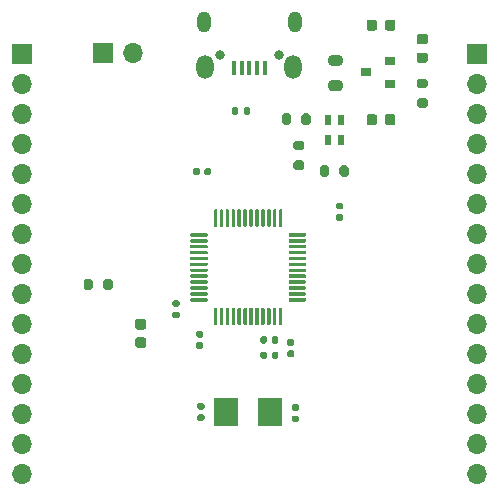
<source format=gbr>
%TF.GenerationSoftware,KiCad,Pcbnew,(5.1.12)-1*%
%TF.CreationDate,2021-12-29T23:54:55+01:00*%
%TF.ProjectId,STM32_Devkit,53544d33-325f-4446-9576-6b69742e6b69,rev?*%
%TF.SameCoordinates,Original*%
%TF.FileFunction,Soldermask,Top*%
%TF.FilePolarity,Negative*%
%FSLAX46Y46*%
G04 Gerber Fmt 4.6, Leading zero omitted, Abs format (unit mm)*
G04 Created by KiCad (PCBNEW (5.1.12)-1) date 2021-12-29 23:54:55*
%MOMM*%
%LPD*%
G01*
G04 APERTURE LIST*
%ADD10R,0.550000X0.850000*%
%ADD11R,0.450000X1.300000*%
%ADD12O,1.450000X2.000000*%
%ADD13O,1.150000X1.800000*%
%ADD14O,0.800000X0.800000*%
%ADD15O,1.700000X1.700000*%
%ADD16R,1.700000X1.700000*%
%ADD17R,0.900000X0.800000*%
%ADD18R,2.000000X2.400000*%
G04 APERTURE END LIST*
D10*
%TO.C,D2*%
X190740000Y-116800000D03*
X190740000Y-115040000D03*
X189680000Y-115040000D03*
X189680000Y-116800000D03*
%TD*%
%TO.C,C1*%
G36*
G01*
X194475000Y-107300000D02*
X194475000Y-106800000D01*
G75*
G02*
X194700000Y-106575000I225000J0D01*
G01*
X195150000Y-106575000D01*
G75*
G02*
X195375000Y-106800000I0J-225000D01*
G01*
X195375000Y-107300000D01*
G75*
G02*
X195150000Y-107525000I-225000J0D01*
G01*
X194700000Y-107525000D01*
G75*
G02*
X194475000Y-107300000I0J225000D01*
G01*
G37*
G36*
G01*
X192925000Y-107300000D02*
X192925000Y-106800000D01*
G75*
G02*
X193150000Y-106575000I225000J0D01*
G01*
X193600000Y-106575000D01*
G75*
G02*
X193825000Y-106800000I0J-225000D01*
G01*
X193825000Y-107300000D01*
G75*
G02*
X193600000Y-107525000I-225000J0D01*
G01*
X193150000Y-107525000D01*
G75*
G02*
X192925000Y-107300000I0J225000D01*
G01*
G37*
%TD*%
%TO.C,C2*%
G36*
G01*
X195375000Y-114800000D02*
X195375000Y-115300000D01*
G75*
G02*
X195150000Y-115525000I-225000J0D01*
G01*
X194700000Y-115525000D01*
G75*
G02*
X194475000Y-115300000I0J225000D01*
G01*
X194475000Y-114800000D01*
G75*
G02*
X194700000Y-114575000I225000J0D01*
G01*
X195150000Y-114575000D01*
G75*
G02*
X195375000Y-114800000I0J-225000D01*
G01*
G37*
G36*
G01*
X193825000Y-114800000D02*
X193825000Y-115300000D01*
G75*
G02*
X193600000Y-115525000I-225000J0D01*
G01*
X193150000Y-115525000D01*
G75*
G02*
X192925000Y-115300000I0J225000D01*
G01*
X192925000Y-114800000D01*
G75*
G02*
X193150000Y-114575000I225000J0D01*
G01*
X193600000Y-114575000D01*
G75*
G02*
X193825000Y-114800000I0J-225000D01*
G01*
G37*
%TD*%
%TO.C,C3*%
G36*
G01*
X174050000Y-134375000D02*
X173550000Y-134375000D01*
G75*
G02*
X173325000Y-134150000I0J225000D01*
G01*
X173325000Y-133700000D01*
G75*
G02*
X173550000Y-133475000I225000J0D01*
G01*
X174050000Y-133475000D01*
G75*
G02*
X174275000Y-133700000I0J-225000D01*
G01*
X174275000Y-134150000D01*
G75*
G02*
X174050000Y-134375000I-225000J0D01*
G01*
G37*
G36*
G01*
X174050000Y-132825000D02*
X173550000Y-132825000D01*
G75*
G02*
X173325000Y-132600000I0J225000D01*
G01*
X173325000Y-132150000D01*
G75*
G02*
X173550000Y-131925000I225000J0D01*
G01*
X174050000Y-131925000D01*
G75*
G02*
X174275000Y-132150000I0J-225000D01*
G01*
X174275000Y-132600000D01*
G75*
G02*
X174050000Y-132825000I-225000J0D01*
G01*
G37*
%TD*%
%TO.C,C4*%
G36*
G01*
X178630000Y-132940000D02*
X178970000Y-132940000D01*
G75*
G02*
X179110000Y-133080000I0J-140000D01*
G01*
X179110000Y-133360000D01*
G75*
G02*
X178970000Y-133500000I-140000J0D01*
G01*
X178630000Y-133500000D01*
G75*
G02*
X178490000Y-133360000I0J140000D01*
G01*
X178490000Y-133080000D01*
G75*
G02*
X178630000Y-132940000I140000J0D01*
G01*
G37*
G36*
G01*
X178630000Y-133900000D02*
X178970000Y-133900000D01*
G75*
G02*
X179110000Y-134040000I0J-140000D01*
G01*
X179110000Y-134320000D01*
G75*
G02*
X178970000Y-134460000I-140000J0D01*
G01*
X178630000Y-134460000D01*
G75*
G02*
X178490000Y-134320000I0J140000D01*
G01*
X178490000Y-134040000D01*
G75*
G02*
X178630000Y-133900000I140000J0D01*
G01*
G37*
%TD*%
%TO.C,C5*%
G36*
G01*
X179200000Y-119620000D02*
X179200000Y-119280000D01*
G75*
G02*
X179340000Y-119140000I140000J0D01*
G01*
X179620000Y-119140000D01*
G75*
G02*
X179760000Y-119280000I0J-140000D01*
G01*
X179760000Y-119620000D01*
G75*
G02*
X179620000Y-119760000I-140000J0D01*
G01*
X179340000Y-119760000D01*
G75*
G02*
X179200000Y-119620000I0J140000D01*
G01*
G37*
G36*
G01*
X178240000Y-119620000D02*
X178240000Y-119280000D01*
G75*
G02*
X178380000Y-119140000I140000J0D01*
G01*
X178660000Y-119140000D01*
G75*
G02*
X178800000Y-119280000I0J-140000D01*
G01*
X178800000Y-119620000D01*
G75*
G02*
X178660000Y-119760000I-140000J0D01*
G01*
X178380000Y-119760000D01*
G75*
G02*
X178240000Y-119620000I0J140000D01*
G01*
G37*
%TD*%
%TO.C,C6*%
G36*
G01*
X176630000Y-130340000D02*
X176970000Y-130340000D01*
G75*
G02*
X177110000Y-130480000I0J-140000D01*
G01*
X177110000Y-130760000D01*
G75*
G02*
X176970000Y-130900000I-140000J0D01*
G01*
X176630000Y-130900000D01*
G75*
G02*
X176490000Y-130760000I0J140000D01*
G01*
X176490000Y-130480000D01*
G75*
G02*
X176630000Y-130340000I140000J0D01*
G01*
G37*
G36*
G01*
X176630000Y-131300000D02*
X176970000Y-131300000D01*
G75*
G02*
X177110000Y-131440000I0J-140000D01*
G01*
X177110000Y-131720000D01*
G75*
G02*
X176970000Y-131860000I-140000J0D01*
G01*
X176630000Y-131860000D01*
G75*
G02*
X176490000Y-131720000I0J140000D01*
G01*
X176490000Y-131440000D01*
G75*
G02*
X176630000Y-131300000I140000J0D01*
G01*
G37*
%TD*%
%TO.C,C7*%
G36*
G01*
X190480000Y-123050000D02*
X190820000Y-123050000D01*
G75*
G02*
X190960000Y-123190000I0J-140000D01*
G01*
X190960000Y-123470000D01*
G75*
G02*
X190820000Y-123610000I-140000J0D01*
G01*
X190480000Y-123610000D01*
G75*
G02*
X190340000Y-123470000I0J140000D01*
G01*
X190340000Y-123190000D01*
G75*
G02*
X190480000Y-123050000I140000J0D01*
G01*
G37*
G36*
G01*
X190480000Y-122090000D02*
X190820000Y-122090000D01*
G75*
G02*
X190960000Y-122230000I0J-140000D01*
G01*
X190960000Y-122510000D01*
G75*
G02*
X190820000Y-122650000I-140000J0D01*
G01*
X190480000Y-122650000D01*
G75*
G02*
X190340000Y-122510000I0J140000D01*
G01*
X190340000Y-122230000D01*
G75*
G02*
X190480000Y-122090000I140000J0D01*
G01*
G37*
%TD*%
%TO.C,C8*%
G36*
G01*
X185460000Y-133530000D02*
X185460000Y-133870000D01*
G75*
G02*
X185320000Y-134010000I-140000J0D01*
G01*
X185040000Y-134010000D01*
G75*
G02*
X184900000Y-133870000I0J140000D01*
G01*
X184900000Y-133530000D01*
G75*
G02*
X185040000Y-133390000I140000J0D01*
G01*
X185320000Y-133390000D01*
G75*
G02*
X185460000Y-133530000I0J-140000D01*
G01*
G37*
G36*
G01*
X184500000Y-133530000D02*
X184500000Y-133870000D01*
G75*
G02*
X184360000Y-134010000I-140000J0D01*
G01*
X184080000Y-134010000D01*
G75*
G02*
X183940000Y-133870000I0J140000D01*
G01*
X183940000Y-133530000D01*
G75*
G02*
X184080000Y-133390000I140000J0D01*
G01*
X184360000Y-133390000D01*
G75*
G02*
X184500000Y-133530000I0J-140000D01*
G01*
G37*
%TD*%
%TO.C,C9*%
G36*
G01*
X184500000Y-134830000D02*
X184500000Y-135170000D01*
G75*
G02*
X184360000Y-135310000I-140000J0D01*
G01*
X184080000Y-135310000D01*
G75*
G02*
X183940000Y-135170000I0J140000D01*
G01*
X183940000Y-134830000D01*
G75*
G02*
X184080000Y-134690000I140000J0D01*
G01*
X184360000Y-134690000D01*
G75*
G02*
X184500000Y-134830000I0J-140000D01*
G01*
G37*
G36*
G01*
X185460000Y-134830000D02*
X185460000Y-135170000D01*
G75*
G02*
X185320000Y-135310000I-140000J0D01*
G01*
X185040000Y-135310000D01*
G75*
G02*
X184900000Y-135170000I0J140000D01*
G01*
X184900000Y-134830000D01*
G75*
G02*
X185040000Y-134690000I140000J0D01*
G01*
X185320000Y-134690000D01*
G75*
G02*
X185460000Y-134830000I0J-140000D01*
G01*
G37*
%TD*%
%TO.C,C10*%
G36*
G01*
X179070000Y-140560000D02*
X178730000Y-140560000D01*
G75*
G02*
X178590000Y-140420000I0J140000D01*
G01*
X178590000Y-140140000D01*
G75*
G02*
X178730000Y-140000000I140000J0D01*
G01*
X179070000Y-140000000D01*
G75*
G02*
X179210000Y-140140000I0J-140000D01*
G01*
X179210000Y-140420000D01*
G75*
G02*
X179070000Y-140560000I-140000J0D01*
G01*
G37*
G36*
G01*
X179070000Y-139600000D02*
X178730000Y-139600000D01*
G75*
G02*
X178590000Y-139460000I0J140000D01*
G01*
X178590000Y-139180000D01*
G75*
G02*
X178730000Y-139040000I140000J0D01*
G01*
X179070000Y-139040000D01*
G75*
G02*
X179210000Y-139180000I0J-140000D01*
G01*
X179210000Y-139460000D01*
G75*
G02*
X179070000Y-139600000I-140000J0D01*
G01*
G37*
%TD*%
%TO.C,C11*%
G36*
G01*
X186730000Y-140100000D02*
X187070000Y-140100000D01*
G75*
G02*
X187210000Y-140240000I0J-140000D01*
G01*
X187210000Y-140520000D01*
G75*
G02*
X187070000Y-140660000I-140000J0D01*
G01*
X186730000Y-140660000D01*
G75*
G02*
X186590000Y-140520000I0J140000D01*
G01*
X186590000Y-140240000D01*
G75*
G02*
X186730000Y-140100000I140000J0D01*
G01*
G37*
G36*
G01*
X186730000Y-139140000D02*
X187070000Y-139140000D01*
G75*
G02*
X187210000Y-139280000I0J-140000D01*
G01*
X187210000Y-139560000D01*
G75*
G02*
X187070000Y-139700000I-140000J0D01*
G01*
X186730000Y-139700000D01*
G75*
G02*
X186590000Y-139560000I0J140000D01*
G01*
X186590000Y-139280000D01*
G75*
G02*
X186730000Y-139140000I140000J0D01*
G01*
G37*
%TD*%
%TO.C,D1*%
G36*
G01*
X197906250Y-110237500D02*
X197393750Y-110237500D01*
G75*
G02*
X197175000Y-110018750I0J218750D01*
G01*
X197175000Y-109581250D01*
G75*
G02*
X197393750Y-109362500I218750J0D01*
G01*
X197906250Y-109362500D01*
G75*
G02*
X198125000Y-109581250I0J-218750D01*
G01*
X198125000Y-110018750D01*
G75*
G02*
X197906250Y-110237500I-218750J0D01*
G01*
G37*
G36*
G01*
X197906250Y-108662500D02*
X197393750Y-108662500D01*
G75*
G02*
X197175000Y-108443750I0J218750D01*
G01*
X197175000Y-108006250D01*
G75*
G02*
X197393750Y-107787500I218750J0D01*
G01*
X197906250Y-107787500D01*
G75*
G02*
X198125000Y-108006250I0J-218750D01*
G01*
X198125000Y-108443750D01*
G75*
G02*
X197906250Y-108662500I-218750J0D01*
G01*
G37*
%TD*%
%TO.C,FB1*%
G36*
G01*
X189918750Y-109600000D02*
X190681250Y-109600000D01*
G75*
G02*
X190900000Y-109818750I0J-218750D01*
G01*
X190900000Y-110256250D01*
G75*
G02*
X190681250Y-110475000I-218750J0D01*
G01*
X189918750Y-110475000D01*
G75*
G02*
X189700000Y-110256250I0J218750D01*
G01*
X189700000Y-109818750D01*
G75*
G02*
X189918750Y-109600000I218750J0D01*
G01*
G37*
G36*
G01*
X189918750Y-111725000D02*
X190681250Y-111725000D01*
G75*
G02*
X190900000Y-111943750I0J-218750D01*
G01*
X190900000Y-112381250D01*
G75*
G02*
X190681250Y-112600000I-218750J0D01*
G01*
X189918750Y-112600000D01*
G75*
G02*
X189700000Y-112381250I0J218750D01*
G01*
X189700000Y-111943750D01*
G75*
G02*
X189918750Y-111725000I218750J0D01*
G01*
G37*
%TD*%
D11*
%TO.C,J1*%
X184300000Y-110650000D03*
X183650000Y-110650000D03*
X183000000Y-110650000D03*
X182350000Y-110650000D03*
X181700000Y-110650000D03*
D12*
X186725000Y-110600000D03*
X179275000Y-110600000D03*
D13*
X186875000Y-106800000D03*
X179125000Y-106800000D03*
D14*
X185500000Y-109550000D03*
X180500000Y-109550000D03*
%TD*%
D15*
%TO.C,J2*%
X163750000Y-145060000D03*
X163750000Y-142520000D03*
X163750000Y-139980000D03*
X163750000Y-137440000D03*
X163750000Y-134900000D03*
X163750000Y-132360000D03*
X163750000Y-129820000D03*
X163750000Y-127280000D03*
X163750000Y-124740000D03*
X163750000Y-122200000D03*
X163750000Y-119660000D03*
X163750000Y-117120000D03*
X163750000Y-114580000D03*
X163750000Y-112040000D03*
D16*
X163750000Y-109500000D03*
%TD*%
%TO.C,J3*%
X202250000Y-109500000D03*
D15*
X202250000Y-112040000D03*
X202250000Y-114580000D03*
X202250000Y-117120000D03*
X202250000Y-119660000D03*
X202250000Y-122200000D03*
X202250000Y-124740000D03*
X202250000Y-127280000D03*
X202250000Y-129820000D03*
X202250000Y-132360000D03*
X202250000Y-134900000D03*
X202250000Y-137440000D03*
X202250000Y-139980000D03*
X202250000Y-142520000D03*
X202250000Y-145060000D03*
%TD*%
D16*
%TO.C,JP1*%
X170600000Y-109400000D03*
D15*
X173140000Y-109400000D03*
%TD*%
%TO.C,L1*%
G36*
G01*
X186672500Y-135180000D02*
X186327500Y-135180000D01*
G75*
G02*
X186180000Y-135032500I0J147500D01*
G01*
X186180000Y-134737500D01*
G75*
G02*
X186327500Y-134590000I147500J0D01*
G01*
X186672500Y-134590000D01*
G75*
G02*
X186820000Y-134737500I0J-147500D01*
G01*
X186820000Y-135032500D01*
G75*
G02*
X186672500Y-135180000I-147500J0D01*
G01*
G37*
G36*
G01*
X186672500Y-134210000D02*
X186327500Y-134210000D01*
G75*
G02*
X186180000Y-134062500I0J147500D01*
G01*
X186180000Y-133767500D01*
G75*
G02*
X186327500Y-133620000I147500J0D01*
G01*
X186672500Y-133620000D01*
G75*
G02*
X186820000Y-133767500I0J-147500D01*
G01*
X186820000Y-134062500D01*
G75*
G02*
X186672500Y-134210000I-147500J0D01*
G01*
G37*
%TD*%
%TO.C,R1*%
G36*
G01*
X197375000Y-111575000D02*
X197925000Y-111575000D01*
G75*
G02*
X198125000Y-111775000I0J-200000D01*
G01*
X198125000Y-112175000D01*
G75*
G02*
X197925000Y-112375000I-200000J0D01*
G01*
X197375000Y-112375000D01*
G75*
G02*
X197175000Y-112175000I0J200000D01*
G01*
X197175000Y-111775000D01*
G75*
G02*
X197375000Y-111575000I200000J0D01*
G01*
G37*
G36*
G01*
X197375000Y-113225000D02*
X197925000Y-113225000D01*
G75*
G02*
X198125000Y-113425000I0J-200000D01*
G01*
X198125000Y-113825000D01*
G75*
G02*
X197925000Y-114025000I-200000J0D01*
G01*
X197375000Y-114025000D01*
G75*
G02*
X197175000Y-113825000I0J200000D01*
G01*
X197175000Y-113425000D01*
G75*
G02*
X197375000Y-113225000I200000J0D01*
G01*
G37*
%TD*%
%TO.C,R2*%
G36*
G01*
X191425000Y-119125000D02*
X191425000Y-119675000D01*
G75*
G02*
X191225000Y-119875000I-200000J0D01*
G01*
X190825000Y-119875000D01*
G75*
G02*
X190625000Y-119675000I0J200000D01*
G01*
X190625000Y-119125000D01*
G75*
G02*
X190825000Y-118925000I200000J0D01*
G01*
X191225000Y-118925000D01*
G75*
G02*
X191425000Y-119125000I0J-200000D01*
G01*
G37*
G36*
G01*
X189775000Y-119125000D02*
X189775000Y-119675000D01*
G75*
G02*
X189575000Y-119875000I-200000J0D01*
G01*
X189175000Y-119875000D01*
G75*
G02*
X188975000Y-119675000I0J200000D01*
G01*
X188975000Y-119125000D01*
G75*
G02*
X189175000Y-118925000I200000J0D01*
G01*
X189575000Y-118925000D01*
G75*
G02*
X189775000Y-119125000I0J-200000D01*
G01*
G37*
%TD*%
%TO.C,R3*%
G36*
G01*
X186925000Y-118500000D02*
X187475000Y-118500000D01*
G75*
G02*
X187675000Y-118700000I0J-200000D01*
G01*
X187675000Y-119100000D01*
G75*
G02*
X187475000Y-119300000I-200000J0D01*
G01*
X186925000Y-119300000D01*
G75*
G02*
X186725000Y-119100000I0J200000D01*
G01*
X186725000Y-118700000D01*
G75*
G02*
X186925000Y-118500000I200000J0D01*
G01*
G37*
G36*
G01*
X186925000Y-116850000D02*
X187475000Y-116850000D01*
G75*
G02*
X187675000Y-117050000I0J-200000D01*
G01*
X187675000Y-117450000D01*
G75*
G02*
X187475000Y-117650000I-200000J0D01*
G01*
X186925000Y-117650000D01*
G75*
G02*
X186725000Y-117450000I0J200000D01*
G01*
X186725000Y-117050000D01*
G75*
G02*
X186925000Y-116850000I200000J0D01*
G01*
G37*
%TD*%
%TO.C,R4*%
G36*
G01*
X188200000Y-114725000D02*
X188200000Y-115275000D01*
G75*
G02*
X188000000Y-115475000I-200000J0D01*
G01*
X187600000Y-115475000D01*
G75*
G02*
X187400000Y-115275000I0J200000D01*
G01*
X187400000Y-114725000D01*
G75*
G02*
X187600000Y-114525000I200000J0D01*
G01*
X188000000Y-114525000D01*
G75*
G02*
X188200000Y-114725000I0J-200000D01*
G01*
G37*
G36*
G01*
X186550000Y-114725000D02*
X186550000Y-115275000D01*
G75*
G02*
X186350000Y-115475000I-200000J0D01*
G01*
X185950000Y-115475000D01*
G75*
G02*
X185750000Y-115275000I0J200000D01*
G01*
X185750000Y-114725000D01*
G75*
G02*
X185950000Y-114525000I200000J0D01*
G01*
X186350000Y-114525000D01*
G75*
G02*
X186550000Y-114725000I0J-200000D01*
G01*
G37*
%TD*%
%TO.C,R5*%
G36*
G01*
X169775000Y-128725000D02*
X169775000Y-129275000D01*
G75*
G02*
X169575000Y-129475000I-200000J0D01*
G01*
X169175000Y-129475000D01*
G75*
G02*
X168975000Y-129275000I0J200000D01*
G01*
X168975000Y-128725000D01*
G75*
G02*
X169175000Y-128525000I200000J0D01*
G01*
X169575000Y-128525000D01*
G75*
G02*
X169775000Y-128725000I0J-200000D01*
G01*
G37*
G36*
G01*
X171425000Y-128725000D02*
X171425000Y-129275000D01*
G75*
G02*
X171225000Y-129475000I-200000J0D01*
G01*
X170825000Y-129475000D01*
G75*
G02*
X170625000Y-129275000I0J200000D01*
G01*
X170625000Y-128725000D01*
G75*
G02*
X170825000Y-128525000I200000J0D01*
G01*
X171225000Y-128525000D01*
G75*
G02*
X171425000Y-128725000I0J-200000D01*
G01*
G37*
%TD*%
%TO.C,R6*%
G36*
G01*
X181520000Y-114485000D02*
X181520000Y-114115000D01*
G75*
G02*
X181655000Y-113980000I135000J0D01*
G01*
X181925000Y-113980000D01*
G75*
G02*
X182060000Y-114115000I0J-135000D01*
G01*
X182060000Y-114485000D01*
G75*
G02*
X181925000Y-114620000I-135000J0D01*
G01*
X181655000Y-114620000D01*
G75*
G02*
X181520000Y-114485000I0J135000D01*
G01*
G37*
G36*
G01*
X182540000Y-114485000D02*
X182540000Y-114115000D01*
G75*
G02*
X182675000Y-113980000I135000J0D01*
G01*
X182945000Y-113980000D01*
G75*
G02*
X183080000Y-114115000I0J-135000D01*
G01*
X183080000Y-114485000D01*
G75*
G02*
X182945000Y-114620000I-135000J0D01*
G01*
X182675000Y-114620000D01*
G75*
G02*
X182540000Y-114485000I0J135000D01*
G01*
G37*
%TD*%
D17*
%TO.C,U1*%
X194900000Y-112000000D03*
X194900000Y-110100000D03*
X192900000Y-111050000D03*
%TD*%
%TO.C,U2*%
G36*
G01*
X180225000Y-132450000D02*
X180075000Y-132450000D01*
G75*
G02*
X180000000Y-132375000I0J75000D01*
G01*
X180000000Y-131050000D01*
G75*
G02*
X180075000Y-130975000I75000J0D01*
G01*
X180225000Y-130975000D01*
G75*
G02*
X180300000Y-131050000I0J-75000D01*
G01*
X180300000Y-132375000D01*
G75*
G02*
X180225000Y-132450000I-75000J0D01*
G01*
G37*
G36*
G01*
X180725000Y-132450000D02*
X180575000Y-132450000D01*
G75*
G02*
X180500000Y-132375000I0J75000D01*
G01*
X180500000Y-131050000D01*
G75*
G02*
X180575000Y-130975000I75000J0D01*
G01*
X180725000Y-130975000D01*
G75*
G02*
X180800000Y-131050000I0J-75000D01*
G01*
X180800000Y-132375000D01*
G75*
G02*
X180725000Y-132450000I-75000J0D01*
G01*
G37*
G36*
G01*
X181225000Y-132450000D02*
X181075000Y-132450000D01*
G75*
G02*
X181000000Y-132375000I0J75000D01*
G01*
X181000000Y-131050000D01*
G75*
G02*
X181075000Y-130975000I75000J0D01*
G01*
X181225000Y-130975000D01*
G75*
G02*
X181300000Y-131050000I0J-75000D01*
G01*
X181300000Y-132375000D01*
G75*
G02*
X181225000Y-132450000I-75000J0D01*
G01*
G37*
G36*
G01*
X181725000Y-132450000D02*
X181575000Y-132450000D01*
G75*
G02*
X181500000Y-132375000I0J75000D01*
G01*
X181500000Y-131050000D01*
G75*
G02*
X181575000Y-130975000I75000J0D01*
G01*
X181725000Y-130975000D01*
G75*
G02*
X181800000Y-131050000I0J-75000D01*
G01*
X181800000Y-132375000D01*
G75*
G02*
X181725000Y-132450000I-75000J0D01*
G01*
G37*
G36*
G01*
X182225000Y-132450000D02*
X182075000Y-132450000D01*
G75*
G02*
X182000000Y-132375000I0J75000D01*
G01*
X182000000Y-131050000D01*
G75*
G02*
X182075000Y-130975000I75000J0D01*
G01*
X182225000Y-130975000D01*
G75*
G02*
X182300000Y-131050000I0J-75000D01*
G01*
X182300000Y-132375000D01*
G75*
G02*
X182225000Y-132450000I-75000J0D01*
G01*
G37*
G36*
G01*
X182725000Y-132450000D02*
X182575000Y-132450000D01*
G75*
G02*
X182500000Y-132375000I0J75000D01*
G01*
X182500000Y-131050000D01*
G75*
G02*
X182575000Y-130975000I75000J0D01*
G01*
X182725000Y-130975000D01*
G75*
G02*
X182800000Y-131050000I0J-75000D01*
G01*
X182800000Y-132375000D01*
G75*
G02*
X182725000Y-132450000I-75000J0D01*
G01*
G37*
G36*
G01*
X183225000Y-132450000D02*
X183075000Y-132450000D01*
G75*
G02*
X183000000Y-132375000I0J75000D01*
G01*
X183000000Y-131050000D01*
G75*
G02*
X183075000Y-130975000I75000J0D01*
G01*
X183225000Y-130975000D01*
G75*
G02*
X183300000Y-131050000I0J-75000D01*
G01*
X183300000Y-132375000D01*
G75*
G02*
X183225000Y-132450000I-75000J0D01*
G01*
G37*
G36*
G01*
X183725000Y-132450000D02*
X183575000Y-132450000D01*
G75*
G02*
X183500000Y-132375000I0J75000D01*
G01*
X183500000Y-131050000D01*
G75*
G02*
X183575000Y-130975000I75000J0D01*
G01*
X183725000Y-130975000D01*
G75*
G02*
X183800000Y-131050000I0J-75000D01*
G01*
X183800000Y-132375000D01*
G75*
G02*
X183725000Y-132450000I-75000J0D01*
G01*
G37*
G36*
G01*
X184225000Y-132450000D02*
X184075000Y-132450000D01*
G75*
G02*
X184000000Y-132375000I0J75000D01*
G01*
X184000000Y-131050000D01*
G75*
G02*
X184075000Y-130975000I75000J0D01*
G01*
X184225000Y-130975000D01*
G75*
G02*
X184300000Y-131050000I0J-75000D01*
G01*
X184300000Y-132375000D01*
G75*
G02*
X184225000Y-132450000I-75000J0D01*
G01*
G37*
G36*
G01*
X184725000Y-132450000D02*
X184575000Y-132450000D01*
G75*
G02*
X184500000Y-132375000I0J75000D01*
G01*
X184500000Y-131050000D01*
G75*
G02*
X184575000Y-130975000I75000J0D01*
G01*
X184725000Y-130975000D01*
G75*
G02*
X184800000Y-131050000I0J-75000D01*
G01*
X184800000Y-132375000D01*
G75*
G02*
X184725000Y-132450000I-75000J0D01*
G01*
G37*
G36*
G01*
X185225000Y-132450000D02*
X185075000Y-132450000D01*
G75*
G02*
X185000000Y-132375000I0J75000D01*
G01*
X185000000Y-131050000D01*
G75*
G02*
X185075000Y-130975000I75000J0D01*
G01*
X185225000Y-130975000D01*
G75*
G02*
X185300000Y-131050000I0J-75000D01*
G01*
X185300000Y-132375000D01*
G75*
G02*
X185225000Y-132450000I-75000J0D01*
G01*
G37*
G36*
G01*
X185725000Y-132450000D02*
X185575000Y-132450000D01*
G75*
G02*
X185500000Y-132375000I0J75000D01*
G01*
X185500000Y-131050000D01*
G75*
G02*
X185575000Y-130975000I75000J0D01*
G01*
X185725000Y-130975000D01*
G75*
G02*
X185800000Y-131050000I0J-75000D01*
G01*
X185800000Y-132375000D01*
G75*
G02*
X185725000Y-132450000I-75000J0D01*
G01*
G37*
G36*
G01*
X187725000Y-130450000D02*
X186400000Y-130450000D01*
G75*
G02*
X186325000Y-130375000I0J75000D01*
G01*
X186325000Y-130225000D01*
G75*
G02*
X186400000Y-130150000I75000J0D01*
G01*
X187725000Y-130150000D01*
G75*
G02*
X187800000Y-130225000I0J-75000D01*
G01*
X187800000Y-130375000D01*
G75*
G02*
X187725000Y-130450000I-75000J0D01*
G01*
G37*
G36*
G01*
X187725000Y-129950000D02*
X186400000Y-129950000D01*
G75*
G02*
X186325000Y-129875000I0J75000D01*
G01*
X186325000Y-129725000D01*
G75*
G02*
X186400000Y-129650000I75000J0D01*
G01*
X187725000Y-129650000D01*
G75*
G02*
X187800000Y-129725000I0J-75000D01*
G01*
X187800000Y-129875000D01*
G75*
G02*
X187725000Y-129950000I-75000J0D01*
G01*
G37*
G36*
G01*
X187725000Y-129450000D02*
X186400000Y-129450000D01*
G75*
G02*
X186325000Y-129375000I0J75000D01*
G01*
X186325000Y-129225000D01*
G75*
G02*
X186400000Y-129150000I75000J0D01*
G01*
X187725000Y-129150000D01*
G75*
G02*
X187800000Y-129225000I0J-75000D01*
G01*
X187800000Y-129375000D01*
G75*
G02*
X187725000Y-129450000I-75000J0D01*
G01*
G37*
G36*
G01*
X187725000Y-128950000D02*
X186400000Y-128950000D01*
G75*
G02*
X186325000Y-128875000I0J75000D01*
G01*
X186325000Y-128725000D01*
G75*
G02*
X186400000Y-128650000I75000J0D01*
G01*
X187725000Y-128650000D01*
G75*
G02*
X187800000Y-128725000I0J-75000D01*
G01*
X187800000Y-128875000D01*
G75*
G02*
X187725000Y-128950000I-75000J0D01*
G01*
G37*
G36*
G01*
X187725000Y-128450000D02*
X186400000Y-128450000D01*
G75*
G02*
X186325000Y-128375000I0J75000D01*
G01*
X186325000Y-128225000D01*
G75*
G02*
X186400000Y-128150000I75000J0D01*
G01*
X187725000Y-128150000D01*
G75*
G02*
X187800000Y-128225000I0J-75000D01*
G01*
X187800000Y-128375000D01*
G75*
G02*
X187725000Y-128450000I-75000J0D01*
G01*
G37*
G36*
G01*
X187725000Y-127950000D02*
X186400000Y-127950000D01*
G75*
G02*
X186325000Y-127875000I0J75000D01*
G01*
X186325000Y-127725000D01*
G75*
G02*
X186400000Y-127650000I75000J0D01*
G01*
X187725000Y-127650000D01*
G75*
G02*
X187800000Y-127725000I0J-75000D01*
G01*
X187800000Y-127875000D01*
G75*
G02*
X187725000Y-127950000I-75000J0D01*
G01*
G37*
G36*
G01*
X187725000Y-127450000D02*
X186400000Y-127450000D01*
G75*
G02*
X186325000Y-127375000I0J75000D01*
G01*
X186325000Y-127225000D01*
G75*
G02*
X186400000Y-127150000I75000J0D01*
G01*
X187725000Y-127150000D01*
G75*
G02*
X187800000Y-127225000I0J-75000D01*
G01*
X187800000Y-127375000D01*
G75*
G02*
X187725000Y-127450000I-75000J0D01*
G01*
G37*
G36*
G01*
X187725000Y-126950000D02*
X186400000Y-126950000D01*
G75*
G02*
X186325000Y-126875000I0J75000D01*
G01*
X186325000Y-126725000D01*
G75*
G02*
X186400000Y-126650000I75000J0D01*
G01*
X187725000Y-126650000D01*
G75*
G02*
X187800000Y-126725000I0J-75000D01*
G01*
X187800000Y-126875000D01*
G75*
G02*
X187725000Y-126950000I-75000J0D01*
G01*
G37*
G36*
G01*
X187725000Y-126450000D02*
X186400000Y-126450000D01*
G75*
G02*
X186325000Y-126375000I0J75000D01*
G01*
X186325000Y-126225000D01*
G75*
G02*
X186400000Y-126150000I75000J0D01*
G01*
X187725000Y-126150000D01*
G75*
G02*
X187800000Y-126225000I0J-75000D01*
G01*
X187800000Y-126375000D01*
G75*
G02*
X187725000Y-126450000I-75000J0D01*
G01*
G37*
G36*
G01*
X187725000Y-125950000D02*
X186400000Y-125950000D01*
G75*
G02*
X186325000Y-125875000I0J75000D01*
G01*
X186325000Y-125725000D01*
G75*
G02*
X186400000Y-125650000I75000J0D01*
G01*
X187725000Y-125650000D01*
G75*
G02*
X187800000Y-125725000I0J-75000D01*
G01*
X187800000Y-125875000D01*
G75*
G02*
X187725000Y-125950000I-75000J0D01*
G01*
G37*
G36*
G01*
X187725000Y-125450000D02*
X186400000Y-125450000D01*
G75*
G02*
X186325000Y-125375000I0J75000D01*
G01*
X186325000Y-125225000D01*
G75*
G02*
X186400000Y-125150000I75000J0D01*
G01*
X187725000Y-125150000D01*
G75*
G02*
X187800000Y-125225000I0J-75000D01*
G01*
X187800000Y-125375000D01*
G75*
G02*
X187725000Y-125450000I-75000J0D01*
G01*
G37*
G36*
G01*
X187725000Y-124950000D02*
X186400000Y-124950000D01*
G75*
G02*
X186325000Y-124875000I0J75000D01*
G01*
X186325000Y-124725000D01*
G75*
G02*
X186400000Y-124650000I75000J0D01*
G01*
X187725000Y-124650000D01*
G75*
G02*
X187800000Y-124725000I0J-75000D01*
G01*
X187800000Y-124875000D01*
G75*
G02*
X187725000Y-124950000I-75000J0D01*
G01*
G37*
G36*
G01*
X185725000Y-124125000D02*
X185575000Y-124125000D01*
G75*
G02*
X185500000Y-124050000I0J75000D01*
G01*
X185500000Y-122725000D01*
G75*
G02*
X185575000Y-122650000I75000J0D01*
G01*
X185725000Y-122650000D01*
G75*
G02*
X185800000Y-122725000I0J-75000D01*
G01*
X185800000Y-124050000D01*
G75*
G02*
X185725000Y-124125000I-75000J0D01*
G01*
G37*
G36*
G01*
X185225000Y-124125000D02*
X185075000Y-124125000D01*
G75*
G02*
X185000000Y-124050000I0J75000D01*
G01*
X185000000Y-122725000D01*
G75*
G02*
X185075000Y-122650000I75000J0D01*
G01*
X185225000Y-122650000D01*
G75*
G02*
X185300000Y-122725000I0J-75000D01*
G01*
X185300000Y-124050000D01*
G75*
G02*
X185225000Y-124125000I-75000J0D01*
G01*
G37*
G36*
G01*
X184725000Y-124125000D02*
X184575000Y-124125000D01*
G75*
G02*
X184500000Y-124050000I0J75000D01*
G01*
X184500000Y-122725000D01*
G75*
G02*
X184575000Y-122650000I75000J0D01*
G01*
X184725000Y-122650000D01*
G75*
G02*
X184800000Y-122725000I0J-75000D01*
G01*
X184800000Y-124050000D01*
G75*
G02*
X184725000Y-124125000I-75000J0D01*
G01*
G37*
G36*
G01*
X184225000Y-124125000D02*
X184075000Y-124125000D01*
G75*
G02*
X184000000Y-124050000I0J75000D01*
G01*
X184000000Y-122725000D01*
G75*
G02*
X184075000Y-122650000I75000J0D01*
G01*
X184225000Y-122650000D01*
G75*
G02*
X184300000Y-122725000I0J-75000D01*
G01*
X184300000Y-124050000D01*
G75*
G02*
X184225000Y-124125000I-75000J0D01*
G01*
G37*
G36*
G01*
X183725000Y-124125000D02*
X183575000Y-124125000D01*
G75*
G02*
X183500000Y-124050000I0J75000D01*
G01*
X183500000Y-122725000D01*
G75*
G02*
X183575000Y-122650000I75000J0D01*
G01*
X183725000Y-122650000D01*
G75*
G02*
X183800000Y-122725000I0J-75000D01*
G01*
X183800000Y-124050000D01*
G75*
G02*
X183725000Y-124125000I-75000J0D01*
G01*
G37*
G36*
G01*
X183225000Y-124125000D02*
X183075000Y-124125000D01*
G75*
G02*
X183000000Y-124050000I0J75000D01*
G01*
X183000000Y-122725000D01*
G75*
G02*
X183075000Y-122650000I75000J0D01*
G01*
X183225000Y-122650000D01*
G75*
G02*
X183300000Y-122725000I0J-75000D01*
G01*
X183300000Y-124050000D01*
G75*
G02*
X183225000Y-124125000I-75000J0D01*
G01*
G37*
G36*
G01*
X182725000Y-124125000D02*
X182575000Y-124125000D01*
G75*
G02*
X182500000Y-124050000I0J75000D01*
G01*
X182500000Y-122725000D01*
G75*
G02*
X182575000Y-122650000I75000J0D01*
G01*
X182725000Y-122650000D01*
G75*
G02*
X182800000Y-122725000I0J-75000D01*
G01*
X182800000Y-124050000D01*
G75*
G02*
X182725000Y-124125000I-75000J0D01*
G01*
G37*
G36*
G01*
X182225000Y-124125000D02*
X182075000Y-124125000D01*
G75*
G02*
X182000000Y-124050000I0J75000D01*
G01*
X182000000Y-122725000D01*
G75*
G02*
X182075000Y-122650000I75000J0D01*
G01*
X182225000Y-122650000D01*
G75*
G02*
X182300000Y-122725000I0J-75000D01*
G01*
X182300000Y-124050000D01*
G75*
G02*
X182225000Y-124125000I-75000J0D01*
G01*
G37*
G36*
G01*
X181725000Y-124125000D02*
X181575000Y-124125000D01*
G75*
G02*
X181500000Y-124050000I0J75000D01*
G01*
X181500000Y-122725000D01*
G75*
G02*
X181575000Y-122650000I75000J0D01*
G01*
X181725000Y-122650000D01*
G75*
G02*
X181800000Y-122725000I0J-75000D01*
G01*
X181800000Y-124050000D01*
G75*
G02*
X181725000Y-124125000I-75000J0D01*
G01*
G37*
G36*
G01*
X181225000Y-124125000D02*
X181075000Y-124125000D01*
G75*
G02*
X181000000Y-124050000I0J75000D01*
G01*
X181000000Y-122725000D01*
G75*
G02*
X181075000Y-122650000I75000J0D01*
G01*
X181225000Y-122650000D01*
G75*
G02*
X181300000Y-122725000I0J-75000D01*
G01*
X181300000Y-124050000D01*
G75*
G02*
X181225000Y-124125000I-75000J0D01*
G01*
G37*
G36*
G01*
X180725000Y-124125000D02*
X180575000Y-124125000D01*
G75*
G02*
X180500000Y-124050000I0J75000D01*
G01*
X180500000Y-122725000D01*
G75*
G02*
X180575000Y-122650000I75000J0D01*
G01*
X180725000Y-122650000D01*
G75*
G02*
X180800000Y-122725000I0J-75000D01*
G01*
X180800000Y-124050000D01*
G75*
G02*
X180725000Y-124125000I-75000J0D01*
G01*
G37*
G36*
G01*
X180225000Y-124125000D02*
X180075000Y-124125000D01*
G75*
G02*
X180000000Y-124050000I0J75000D01*
G01*
X180000000Y-122725000D01*
G75*
G02*
X180075000Y-122650000I75000J0D01*
G01*
X180225000Y-122650000D01*
G75*
G02*
X180300000Y-122725000I0J-75000D01*
G01*
X180300000Y-124050000D01*
G75*
G02*
X180225000Y-124125000I-75000J0D01*
G01*
G37*
G36*
G01*
X179400000Y-124950000D02*
X178075000Y-124950000D01*
G75*
G02*
X178000000Y-124875000I0J75000D01*
G01*
X178000000Y-124725000D01*
G75*
G02*
X178075000Y-124650000I75000J0D01*
G01*
X179400000Y-124650000D01*
G75*
G02*
X179475000Y-124725000I0J-75000D01*
G01*
X179475000Y-124875000D01*
G75*
G02*
X179400000Y-124950000I-75000J0D01*
G01*
G37*
G36*
G01*
X179400000Y-125450000D02*
X178075000Y-125450000D01*
G75*
G02*
X178000000Y-125375000I0J75000D01*
G01*
X178000000Y-125225000D01*
G75*
G02*
X178075000Y-125150000I75000J0D01*
G01*
X179400000Y-125150000D01*
G75*
G02*
X179475000Y-125225000I0J-75000D01*
G01*
X179475000Y-125375000D01*
G75*
G02*
X179400000Y-125450000I-75000J0D01*
G01*
G37*
G36*
G01*
X179400000Y-125950000D02*
X178075000Y-125950000D01*
G75*
G02*
X178000000Y-125875000I0J75000D01*
G01*
X178000000Y-125725000D01*
G75*
G02*
X178075000Y-125650000I75000J0D01*
G01*
X179400000Y-125650000D01*
G75*
G02*
X179475000Y-125725000I0J-75000D01*
G01*
X179475000Y-125875000D01*
G75*
G02*
X179400000Y-125950000I-75000J0D01*
G01*
G37*
G36*
G01*
X179400000Y-126450000D02*
X178075000Y-126450000D01*
G75*
G02*
X178000000Y-126375000I0J75000D01*
G01*
X178000000Y-126225000D01*
G75*
G02*
X178075000Y-126150000I75000J0D01*
G01*
X179400000Y-126150000D01*
G75*
G02*
X179475000Y-126225000I0J-75000D01*
G01*
X179475000Y-126375000D01*
G75*
G02*
X179400000Y-126450000I-75000J0D01*
G01*
G37*
G36*
G01*
X179400000Y-126950000D02*
X178075000Y-126950000D01*
G75*
G02*
X178000000Y-126875000I0J75000D01*
G01*
X178000000Y-126725000D01*
G75*
G02*
X178075000Y-126650000I75000J0D01*
G01*
X179400000Y-126650000D01*
G75*
G02*
X179475000Y-126725000I0J-75000D01*
G01*
X179475000Y-126875000D01*
G75*
G02*
X179400000Y-126950000I-75000J0D01*
G01*
G37*
G36*
G01*
X179400000Y-127450000D02*
X178075000Y-127450000D01*
G75*
G02*
X178000000Y-127375000I0J75000D01*
G01*
X178000000Y-127225000D01*
G75*
G02*
X178075000Y-127150000I75000J0D01*
G01*
X179400000Y-127150000D01*
G75*
G02*
X179475000Y-127225000I0J-75000D01*
G01*
X179475000Y-127375000D01*
G75*
G02*
X179400000Y-127450000I-75000J0D01*
G01*
G37*
G36*
G01*
X179400000Y-127950000D02*
X178075000Y-127950000D01*
G75*
G02*
X178000000Y-127875000I0J75000D01*
G01*
X178000000Y-127725000D01*
G75*
G02*
X178075000Y-127650000I75000J0D01*
G01*
X179400000Y-127650000D01*
G75*
G02*
X179475000Y-127725000I0J-75000D01*
G01*
X179475000Y-127875000D01*
G75*
G02*
X179400000Y-127950000I-75000J0D01*
G01*
G37*
G36*
G01*
X179400000Y-128450000D02*
X178075000Y-128450000D01*
G75*
G02*
X178000000Y-128375000I0J75000D01*
G01*
X178000000Y-128225000D01*
G75*
G02*
X178075000Y-128150000I75000J0D01*
G01*
X179400000Y-128150000D01*
G75*
G02*
X179475000Y-128225000I0J-75000D01*
G01*
X179475000Y-128375000D01*
G75*
G02*
X179400000Y-128450000I-75000J0D01*
G01*
G37*
G36*
G01*
X179400000Y-128950000D02*
X178075000Y-128950000D01*
G75*
G02*
X178000000Y-128875000I0J75000D01*
G01*
X178000000Y-128725000D01*
G75*
G02*
X178075000Y-128650000I75000J0D01*
G01*
X179400000Y-128650000D01*
G75*
G02*
X179475000Y-128725000I0J-75000D01*
G01*
X179475000Y-128875000D01*
G75*
G02*
X179400000Y-128950000I-75000J0D01*
G01*
G37*
G36*
G01*
X179400000Y-129450000D02*
X178075000Y-129450000D01*
G75*
G02*
X178000000Y-129375000I0J75000D01*
G01*
X178000000Y-129225000D01*
G75*
G02*
X178075000Y-129150000I75000J0D01*
G01*
X179400000Y-129150000D01*
G75*
G02*
X179475000Y-129225000I0J-75000D01*
G01*
X179475000Y-129375000D01*
G75*
G02*
X179400000Y-129450000I-75000J0D01*
G01*
G37*
G36*
G01*
X179400000Y-129950000D02*
X178075000Y-129950000D01*
G75*
G02*
X178000000Y-129875000I0J75000D01*
G01*
X178000000Y-129725000D01*
G75*
G02*
X178075000Y-129650000I75000J0D01*
G01*
X179400000Y-129650000D01*
G75*
G02*
X179475000Y-129725000I0J-75000D01*
G01*
X179475000Y-129875000D01*
G75*
G02*
X179400000Y-129950000I-75000J0D01*
G01*
G37*
G36*
G01*
X179400000Y-130450000D02*
X178075000Y-130450000D01*
G75*
G02*
X178000000Y-130375000I0J75000D01*
G01*
X178000000Y-130225000D01*
G75*
G02*
X178075000Y-130150000I75000J0D01*
G01*
X179400000Y-130150000D01*
G75*
G02*
X179475000Y-130225000I0J-75000D01*
G01*
X179475000Y-130375000D01*
G75*
G02*
X179400000Y-130450000I-75000J0D01*
G01*
G37*
%TD*%
D18*
%TO.C,Y1*%
X181050000Y-139800000D03*
X184750000Y-139800000D03*
%TD*%
M02*

</source>
